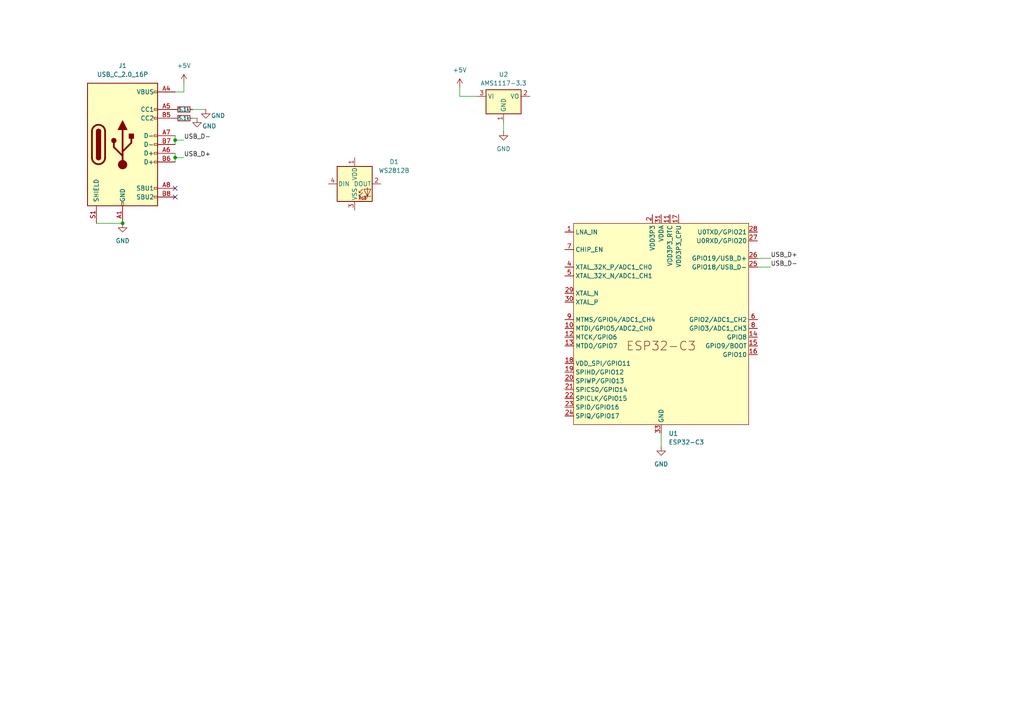
<source format=kicad_sch>
(kicad_sch (version 20250114) (generator "eeschema") (generator_version "9.0")
  (paper "A4")
  (lib_symbols
    (symbol "Connector:USB_C_Receptacle_USB2.0_16P" (pin_names (offset 1.016))
      (property "Reference" "J" (at 0 22.225 0))
      (property "Value" "USB_C_Receptacle_USB2.0_16P" (at 0 19.685 0))
      (symbol "USB_C_Receptacle_USB2.0_16P_0_0"
        (rectangle (start -0.254 -17.78) (end 0.254 -16.764))
        (rectangle (start 10.16 15.494) (end 9.144 14.986))
        (rectangle (start 10.16 10.414) (end 9.144 9.906))
        (rectangle (start 10.16 7.874) (end 9.144 7.366))
        (rectangle (start 10.16 2.794) (end 9.144 2.286))
        (rectangle (start 10.16 0.254) (end 9.144 -0.254))
        (rectangle (start 10.16 -2.286) (end 9.144 -2.794))
        (rectangle (start 10.16 -4.826) (end 9.144 -5.334))
        (rectangle (start 10.16 -12.446) (end 9.144 -12.954))
        (rectangle (start 10.16 -14.986) (end 9.144 -15.494))
      )
      (symbol "USB_C_Receptacle_USB2.0_16P_0_1"
        (rectangle (start -10.16 17.78) (end 10.16 -17.78) (stroke (width 0.254)) (fill (type background)))
        (polyline (pts (xy -8.89 -3.81) (xy -8.89 3.81)) (stroke (width 0.508)))
        (rectangle (start -7.62 -3.81) (end -6.35 3.81) (stroke (width 0.254)) (fill (type outline)))
        (arc (start -7.62 3.81) (mid -6.985 4.4423) (end -6.35 3.81) (stroke (width 0.254)))
        (arc (start -7.62 3.81) (mid -6.985 4.4423) (end -6.35 3.81) (stroke (width 0.254)) (fill (type outline)))
        (arc (start -8.89 3.81) (mid -6.985 5.7067) (end -5.08 3.81) (stroke (width 0.508)))
        (arc (start -5.08 -3.81) (mid -6.985 -5.7067) (end -8.89 -3.81) (stroke (width 0.508)))
        (arc (start -6.35 -3.81) (mid -6.985 -4.4423) (end -7.62 -3.81) (stroke (width 0.254)))
        (arc (start -6.35 -3.81) (mid -6.985 -4.4423) (end -7.62 -3.81) (stroke (width 0.254)) (fill (type outline)))
        (polyline (pts (xy -5.08 3.81) (xy -5.08 -3.81)) (stroke (width 0.508)))
        (circle (center -2.54 1.143) (radius 0.635) (stroke (width 0.254)) (fill (type outline)))
        (polyline (pts (xy -1.27 4.318) (xy 0 6.858) (xy 1.27 4.318) (xy -1.27 4.318)) (stroke (width 0.254)) (fill (type outline)))
        (polyline (pts (xy 0 -2.032) (xy 2.54 0.508) (xy 2.54 1.778)) (stroke (width 0.508)))
        (polyline (pts (xy 0 -3.302) (xy -2.54 -0.762) (xy -2.54 0.508)) (stroke (width 0.508)))
        (polyline (pts (xy 0 -5.842) (xy 0 4.318)) (stroke (width 0.508)))
        (circle (center 0 -5.842) (radius 1.27) (fill (type outline)))
        (rectangle (start 1.905 1.778) (end 3.175 3.048) (stroke (width 0.254)) (fill (type outline)))
      )
      (symbol "USB_C_Receptacle_USB2.0_16P_1_1"
        (pin passive line (at -7.62 -22.86 90) (length 5.08) (name "SHIELD") (number "S1"))
        (pin passive line (at 0 -22.86 90) (length 5.08) (name "GND") (number "A1"))
        (pin passive line (at 0 -22.86 90) (length 5.08) (hide yes) (name "GND") (number "A12"))
        (pin passive line (at 0 -22.86 90) (length 5.08) (hide yes) (name "GND") (number "B1"))
        (pin passive line (at 0 -22.86 90) (length 5.08) (hide yes) (name "GND") (number "B12"))
        (pin passive line (at 15.24 15.24 180) (length 5.08) (name "VBUS") (number "A4"))
        (pin passive line (at 15.24 15.24 180) (length 5.08) (hide yes) (name "VBUS") (number "A9"))
        (pin passive line (at 15.24 15.24 180) (length 5.08) (hide yes) (name "VBUS") (number "B4"))
        (pin passive line (at 15.24 15.24 180) (length 5.08) (hide yes) (name "VBUS") (number "B9"))
        (pin bidirectional line (at 15.24 10.16 180) (length 5.08) (name "CC1") (number "A5"))
        (pin bidirectional line (at 15.24 7.62 180) (length 5.08) (name "CC2") (number "B5"))
        (pin bidirectional line (at 15.24 2.54 180) (length 5.08) (name "D-") (number "A7"))
        (pin bidirectional line (at 15.24 0 180) (length 5.08) (name "D-") (number "B7"))
        (pin bidirectional line (at 15.24 -2.54 180) (length 5.08) (name "D+") (number "A6"))
        (pin bidirectional line (at 15.24 -5.08 180) (length 5.08) (name "D+") (number "B6"))
        (pin bidirectional line (at 15.24 -12.7 180) (length 5.08) (name "SBU1") (number "A8"))
        (pin bidirectional line (at 15.24 -15.24 180) (length 5.08) (name "SBU2") (number "B8"))
      )
    )
    (symbol "Device:R_Small" (pin_numbers (hide yes)) (pin_names (offset 0.254) (hide yes))
      (property "Reference" "R" (at 0 0 90))
      (property "Value" "R_Small" (at 1.778 0 90))
      (symbol "R_Small_0_1"
        (rectangle (start -0.762 1.778) (end 0.762 -1.778) (stroke (width 0.2032)))
      )
      (symbol "R_Small_1_1"
        (pin passive line (at 0 2.54 270) (length 0.762) (name "~") (number "1"))
        (pin passive line (at 0 -2.54 90) (length 0.762) (name "~") (number "2"))
      )
    )
    (symbol "LED:WS2812B" (pin_names (offset 0.254))
      (property "Reference" "D" (at 5.08 5.715 0))
      (property "Value" "WS2812B" (at 1.27 -5.715 0))
      (symbol "WS2812B_0_0"
        (text "RGB" (at 2.286 -4.191 0) (effects (font (size 0.762 0.762))))
      )
      (symbol "WS2812B_0_1"
        (polyline (pts (xy 1.27 -2.54) (xy 1.778 -2.54)))
        (polyline (pts (xy 1.27 -3.556) (xy 1.778 -3.556)))
        (polyline (pts (xy 2.286 -1.524) (xy 1.27 -2.54) (xy 1.27 -2.032)))
        (polyline (pts (xy 2.286 -2.54) (xy 1.27 -3.556) (xy 1.27 -3.048)))
        (polyline (pts (xy 3.683 -1.016) (xy 3.683 -3.556) (xy 3.683 -4.064)))
        (polyline (pts (xy 4.699 -1.524) (xy 2.667 -1.524) (xy 3.683 -3.556) (xy 4.699 -1.524)))
        (polyline (pts (xy 4.699 -3.556) (xy 2.667 -3.556)))
        (rectangle (start 5.08 5.08) (end -5.08 -5.08) (stroke (width 0.254)) (fill (type background)))
      )
      (symbol "WS2812B_1_1"
        (pin input line (at -7.62 0 0) (length 2.54) (name "DIN") (number "4"))
        (pin power_in line (at 0 7.62 270) (length 2.54) (name "VDD") (number "1"))
        (pin power_in line (at 0 -7.62 90) (length 2.54) (name "VSS") (number "3"))
        (pin output line (at 7.62 0 180) (length 2.54) (name "DOUT") (number "2"))
      )
    )
    (symbol "PCM_Espressif:ESP32-C3"
      (property "Reference" "U" (at -25.4 35.56 0))
      (property "Value" "ESP32-C3" (at -25.4 33.02 0))
      (symbol "ESP32-C3_0_0"
        (text "ESP32-C3" (at 0 -5.08 0) (effects (font (size 2.54 2.54))))
        (pin bidirectional line (at -27.94 27.94 0) (length 2.54) (name "LNA_IN") (number "1"))
        (pin input line (at -27.94 22.86 0) (length 2.54) (name "CHIP_EN") (number "7"))
        (pin output line (at -27.94 17.78 0) (length 2.54) (name "XTAL_32K_P/ADC1_CH0") (number "4"))
        (pin input line (at -27.94 15.24 0) (length 2.54) (name "XTAL_32K_N/ADC1_CH1") (number "5"))
        (pin output line (at -27.94 10.16 0) (length 2.54) (name "XTAL_N") (number "29"))
        (pin input line (at -27.94 7.62 0) (length 2.54) (name "XTAL_P") (number "30"))
        (pin bidirectional line (at -27.94 2.54 0) (length 2.54) (name "MTMS/GPIO4/ADC1_CH4") (number "9"))
        (pin bidirectional line (at -27.94 0 0) (length 2.54) (name "MTDI/GPIO5/ADC2_CH0") (number "10"))
        (pin bidirectional line (at -27.94 -2.54 0) (length 2.54) (name "MTCK/GPIO6") (number "12"))
        (pin bidirectional line (at -27.94 -5.08 0) (length 2.54) (name "MTDO/GPIO7") (number "13"))
        (pin bidirectional line (at -27.94 -10.16 0) (length 2.54) (name "VDD_SPI/GPIO11") (number "18"))
        (pin bidirectional line (at -27.94 -12.7 0) (length 2.54) (name "SPIHD/GPIO12") (number "19"))
        (pin bidirectional line (at -27.94 -15.24 0) (length 2.54) (name "SPIWP/GPIO13") (number "20"))
        (pin bidirectional line (at -27.94 -17.78 0) (length 2.54) (name "SPICS0/GPIO14") (number "21"))
        (pin bidirectional line (at -27.94 -20.32 0) (length 2.54) (name "SPICLK/GPIO15") (number "22"))
        (pin bidirectional line (at -27.94 -22.86 0) (length 2.54) (name "SPID/GPIO16") (number "23"))
        (pin bidirectional line (at -27.94 -25.4 0) (length 2.54) (name "SPIQ/GPIO17") (number "24"))
        (pin power_in line (at -2.54 33.02 270) (length 2.54) (name "VDD3P3") (number "2"))
        (pin power_in line (at 0 33.02 270) (length 2.54) (name "VDDA") (number "31"))
        (pin power_in line (at 0 -30.48 90) (length 2.54) (name "GND") (number "33"))
        (pin power_in line (at 2.54 33.02 270) (length 2.54) (name "VDD3P3_RTC") (number "11"))
        (pin power_in line (at 5.08 33.02 270) (length 2.54) (name "VDD3P3_CPU") (number "17"))
        (pin bidirectional line (at 27.94 27.94 180) (length 2.54) (name "U0TXD/GPIO21") (number "28"))
        (pin bidirectional line (at 27.94 25.4 180) (length 2.54) (name "U0RXD/GPIO20") (number "27"))
        (pin bidirectional line (at 27.94 20.32 180) (length 2.54) (name "GPIO19/USB_D+") (number "26"))
        (pin bidirectional line (at 27.94 17.78 180) (length 2.54) (name "GPIO18/USB_D-") (number "25"))
        (pin bidirectional line (at 27.94 2.54 180) (length 2.54) (name "GPIO2/ADC1_CH2") (number "6"))
        (pin bidirectional line (at 27.94 0 180) (length 2.54) (name "GPIO3/ADC1_CH3") (number "8"))
        (pin bidirectional line (at 27.94 -2.54 180) (length 2.54) (name "GPIO8") (number "14"))
        (pin bidirectional line (at 27.94 -5.08 180) (length 2.54) (name "GPIO9/BOOT") (number "15"))
        (pin bidirectional line (at 27.94 -7.62 180) (length 2.54) (name "GPIO10") (number "16"))
      )
      (symbol "ESP32-C3_0_1"
        (rectangle (start -25.4 30.48) (end 25.4 -27.94) (fill (type background)))
        (pin passive line (at -2.54 33.02 270) (length 2.54) (hide yes) (name "VDD3P3") (number "3"))
        (pin passive line (at 0 33.02 270) (length 2.54) (hide yes) (name "VDDA") (number "32"))
      )
    )
    (symbol "Regulator_Linear:AMS1117-3.3"
      (property "Reference" "U" (at -3.81 3.175 0))
      (property "Value" "AMS1117-3.3" (at 0 3.175 0))
      (symbol "AMS1117-3.3_0_1"
        (rectangle (start -5.08 -5.08) (end 5.08 1.905) (stroke (width 0.254)) (fill (type background)))
      )
      (symbol "AMS1117-3.3_1_1"
        (pin power_in line (at -7.62 0 0) (length 2.54) (name "VI") (number "3"))
        (pin power_in line (at 0 -7.62 90) (length 2.54) (name "GND") (number "1"))
        (pin power_out line (at 7.62 0 180) (length 2.54) (name "VO") (number "2"))
      )
    )
    (symbol "power:+5V" (power) (pin_numbers (hide yes)) (pin_names (offset 0) (hide yes))
      (property "Value" "+5V" (at 0 3.556 0))
      (symbol "+5V_0_1"
        (polyline (pts (xy -0.762 1.27) (xy 0 2.54)))
        (polyline (pts (xy 0 2.54) (xy 0.762 1.27)))
        (polyline (pts (xy 0 0) (xy 0 2.54)))
      )
      (symbol "+5V_1_1"
        (pin power_in line (at 0 0 90) (length 0) (name "~") (number "1"))
      )
    )
    (symbol "power:GND" (power) (pin_numbers (hide yes)) (pin_names (offset 0) (hide yes))
      (property "Value" "GND" (at 0 -3.81 0))
      (symbol "GND_0_1"
        (polyline (pts (xy 0 0) (xy 0 -1.27) (xy 1.27 -1.27) (xy 0 -2.54) (xy -1.27 -1.27) (xy 0 -1.27)))
      )
      (symbol "GND_1_1"
        (pin power_in line (at 0 0 270) (length 0) (name "~") (number "1"))
      )
    )
  )
  (junction (at 50.8 40.64))
  (junction (at 35.56 64.77))
  (junction (at 50.8 45.72))
  (no_connect (at 50.8 57.15))
  (no_connect (at 50.8 54.61))
  (wire (pts (xy 53.34 45.72) (xy 50.8 45.72)))
  (wire (pts (xy 146.05 35.56) (xy 146.05 38.1)))
  (wire (pts (xy 27.94 64.77) (xy 35.56 64.77)))
  (wire (pts (xy 59.69 31.75) (xy 55.88 31.75)))
  (wire (pts (xy 191.77 125.73) (xy 191.77 129.54)))
  (wire (pts (xy 50.8 39.37) (xy 50.8 40.64)))
  (wire (pts (xy 50.8 44.45) (xy 50.8 45.72)))
  (wire (pts (xy 133.35 27.94) (xy 138.43 27.94)))
  (wire (pts (xy 219.71 77.47) (xy 223.52 77.47)))
  (wire (pts (xy 53.34 24.13) (xy 53.34 26.67)))
  (wire (pts (xy 55.88 34.29) (xy 57.15 34.29)))
  (wire (pts (xy 133.35 25.4) (xy 133.35 27.94)))
  (wire (pts (xy 219.71 74.93) (xy 223.52 74.93)))
  (wire (pts (xy 50.8 45.72) (xy 50.8 46.99)))
  (wire (pts (xy 53.34 40.64) (xy 50.8 40.64)))
  (wire (pts (xy 53.34 26.67) (xy 50.8 26.67)))
  (wire (pts (xy 50.8 40.64) (xy 50.8 41.91)))
  (label "USB_D+" (at 53.34 45.72 0))
  (label "USB_D-" (at 53.34 40.64 0))
  (label "USB_D-" (at 223.52 77.47 0))
  (label "USB_D+" (at 223.52 74.93 0))
  (symbol (lib_id "power:GND") (at 146.05 38.1 0) (unit 1)
    (property "Reference" "#PWR07" (effects (hide yes)))
    (property "Value" "GND" (at 146.05 43.18 0))
    (property "Description" "Power symbol creates a global label with name \"GND\" , ground" (effects (hide yes)))
  )
  (symbol (lib_id "power:GND") (at 35.56 64.77 0) (unit 1)
    (property "Reference" "#PWR01" (effects (hide yes)))
    (property "Value" "GND" (at 35.56 69.85 0))
    (property "Description" "Power symbol creates a global label with name \"GND\" , ground" (effects (hide yes)))
  )
  (symbol (lib_id "Device:R_Small") (at 53.34 34.29 90) (unit 1)
    (property "Reference" "R2" (effects (hide yes)))
    (property "Value" "5.1k" (at 53.34 34.29 90) (effects (font (size 1.016 1.016))))
    (property "Footprint" "Resistor_SMD:R_0603_1608Metric" (effects (hide yes)))
    (property "Description" "Resistor, small symbol" (effects (hide yes)))
  )
  (symbol (lib_id "PCM_Espressif:ESP32-C3") (at 191.77 95.25 0) (unit 1)
    (property "Reference" "U1" (at 193.9133 125.73 0) (effects (justify left)))
    (property "Value" "ESP32-C3" (at 193.9133 128.27 0) (effects (justify left)))
    (property "Footprint" "Package_DFN_QFN:QFN-32-1EP_5x5mm_P0.5mm_EP3.45x3.45mm" (effects (hide yes)))
    (property "Datasheet" "https://www.espressif.com/sites/default/files/documentation/esp32-c3_datasheet_en.pdf" (effects (hide yes)))
    (property "Description" "ESP32-C3 family is an ultra-low-power MCU-based SoC solution that supports 2.4 GHz Wi-Fi and Bluetooth®Low Energy (Bluetooth LE)." (effects (hide yes)))
  )
  (symbol (lib_id "LED:WS2812B") (at 102.87 53.34 0) (unit 1)
    (property "Reference" "D1" (at 114.3 46.9198 0))
    (property "Value" "WS2812B" (at 114.3 49.4598 0))
    (property "Footprint" "LED_SMD:LED_WS2812B_PLCC4_5.0x5.0mm_P3.2mm" (effects (hide yes)))
    (property "Datasheet" "https://cdn-shop.adafruit.com/datasheets/WS2812B.pdf" (effects (hide yes)))
    (property "Description" "RGB LED with integrated controller" (effects (hide yes)))
  )
  (symbol (lib_id "power:GND") (at 191.77 129.54 0) (unit 1)
    (property "Reference" "#PWR05" (effects (hide yes)))
    (property "Value" "GND" (at 191.77 134.62 0))
    (property "Description" "Power symbol creates a global label with name \"GND\" , ground" (effects (hide yes)))
  )
  (symbol (lib_id "Regulator_Linear:AMS1117-3.3") (at 146.05 27.94 0) (unit 1)
    (property "Reference" "U2" (at 146.05 21.59 0))
    (property "Value" "AMS1117-3.3" (at 146.05 24.13 0))
    (property "Footprint" "Package_TO_SOT_SMD:SOT-223-3_TabPin2" (effects (hide yes)))
    (property "Datasheet" "http://www.advanced-monolithic.com/pdf/ds1117.pdf" (effects (hide yes)))
    (property "Description" "1A Low Dropout regulator, positive, 3.3V fixed output, SOT-223" (effects (hide yes)))
  )
  (symbol (lib_id "Connector:USB_C_Receptacle_USB2.0_16P") (at 35.56 41.91 0) (unit 1)
    (property "Reference" "J1" (at 35.56 19.05 0))
    (property "Value" "USB_C_2.0_16P" (at 35.56 21.59 0))
    (property "Footprint" "Connector_USB:USB_C_Receptacle_G-Switch_GT-USB-7010ASV" (effects (hide yes)))
    (property "Datasheet" "https://www.usb.org/sites/default/files/documents/usb_type-c.zip" (effects (hide yes)))
    (property "Description" "USB 2.0-only 16P Type-C Receptacle connector" (effects (hide yes)))
  )
  (symbol (lib_id "power:+5V") (at 133.35 25.4 0) (unit 1)
    (property "Reference" "#PWR06" (effects (hide yes)))
    (property "Value" "+5V" (at 133.35 20.32 0))
    (property "Description" "Power symbol creates a global label with name \"+5V\"" (effects (hide yes)))
  )
  (symbol (lib_id "power:GND") (at 57.15 34.29 0) (unit 1)
    (property "Reference" "#PWR04" (effects (hide yes)))
    (property "Value" "GND" (at 60.706 36.576 0))
    (property "Description" "Power symbol creates a global label with name \"GND\" , ground" (effects (hide yes)))
  )
  (symbol (lib_id "Device:R_Small") (at 53.34 31.75 90) (unit 1)
    (property "Reference" "R1" (effects (hide yes)))
    (property "Value" "5.1k" (at 53.34 31.75 90) (effects (font (size 1.016 1.016))))
    (property "Footprint" "Resistor_SMD:R_0603_1608Metric" (effects (hide yes)))
    (property "Description" "Resistor, small symbol" (effects (hide yes)))
  )
  (symbol (lib_id "power:+5V") (at 53.34 24.13 0) (unit 1)
    (property "Reference" "#PWR02" (effects (hide yes)))
    (property "Value" "+5V" (at 53.34 19.05 0))
    (property "Description" "Power symbol creates a global label with name \"+5V\"" (effects (hide yes)))
  )
  (symbol (lib_id "power:GND") (at 59.69 31.75 0) (unit 1)
    (property "Reference" "#PWR03" (effects (hide yes)))
    (property "Value" "GND" (at 63.246 33.528 0))
    (property "Description" "Power symbol creates a global label with name \"GND\" , ground" (effects (hide yes)))
  )
)
</source>
